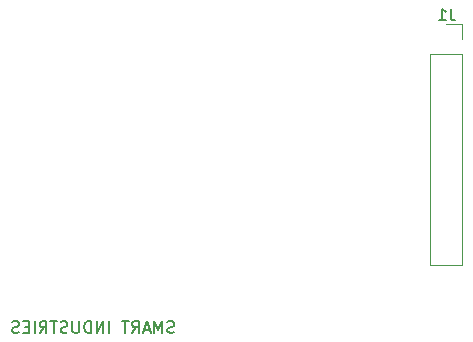
<source format=gbo>
%TF.GenerationSoftware,KiCad,Pcbnew,(6.0.4)*%
%TF.CreationDate,2022-05-23T21:32:27+01:00*%
%TF.ProjectId,nRF24BB,6e524632-3442-4422-9e6b-696361645f70,1.0*%
%TF.SameCoordinates,Original*%
%TF.FileFunction,Legend,Bot*%
%TF.FilePolarity,Positive*%
%FSLAX46Y46*%
G04 Gerber Fmt 4.6, Leading zero omitted, Abs format (unit mm)*
G04 Created by KiCad (PCBNEW (6.0.4)) date 2022-05-23 21:32:27*
%MOMM*%
%LPD*%
G01*
G04 APERTURE LIST*
%ADD10C,0.150000*%
%ADD11C,0.120000*%
G04 APERTURE END LIST*
D10*
X145896742Y-106094161D02*
X145753885Y-106141780D01*
X145515790Y-106141780D01*
X145420552Y-106094161D01*
X145372933Y-106046542D01*
X145325314Y-105951304D01*
X145325314Y-105856066D01*
X145372933Y-105760828D01*
X145420552Y-105713209D01*
X145515790Y-105665590D01*
X145706266Y-105617971D01*
X145801504Y-105570352D01*
X145849123Y-105522733D01*
X145896742Y-105427495D01*
X145896742Y-105332257D01*
X145849123Y-105237019D01*
X145801504Y-105189400D01*
X145706266Y-105141780D01*
X145468171Y-105141780D01*
X145325314Y-105189400D01*
X144896742Y-106141780D02*
X144896742Y-105141780D01*
X144563409Y-105856066D01*
X144230076Y-105141780D01*
X144230076Y-106141780D01*
X143801504Y-105856066D02*
X143325314Y-105856066D01*
X143896742Y-106141780D02*
X143563409Y-105141780D01*
X143230076Y-106141780D01*
X142325314Y-106141780D02*
X142658647Y-105665590D01*
X142896742Y-106141780D02*
X142896742Y-105141780D01*
X142515790Y-105141780D01*
X142420552Y-105189400D01*
X142372933Y-105237019D01*
X142325314Y-105332257D01*
X142325314Y-105475114D01*
X142372933Y-105570352D01*
X142420552Y-105617971D01*
X142515790Y-105665590D01*
X142896742Y-105665590D01*
X142039600Y-105141780D02*
X141468171Y-105141780D01*
X141753885Y-106141780D02*
X141753885Y-105141780D01*
X140372933Y-106141780D02*
X140372933Y-105141780D01*
X139896742Y-106141780D02*
X139896742Y-105141780D01*
X139325314Y-106141780D01*
X139325314Y-105141780D01*
X138849123Y-106141780D02*
X138849123Y-105141780D01*
X138611028Y-105141780D01*
X138468171Y-105189400D01*
X138372933Y-105284638D01*
X138325314Y-105379876D01*
X138277695Y-105570352D01*
X138277695Y-105713209D01*
X138325314Y-105903685D01*
X138372933Y-105998923D01*
X138468171Y-106094161D01*
X138611028Y-106141780D01*
X138849123Y-106141780D01*
X137849123Y-105141780D02*
X137849123Y-105951304D01*
X137801504Y-106046542D01*
X137753885Y-106094161D01*
X137658647Y-106141780D01*
X137468171Y-106141780D01*
X137372933Y-106094161D01*
X137325314Y-106046542D01*
X137277695Y-105951304D01*
X137277695Y-105141780D01*
X136849123Y-106094161D02*
X136706266Y-106141780D01*
X136468171Y-106141780D01*
X136372933Y-106094161D01*
X136325314Y-106046542D01*
X136277695Y-105951304D01*
X136277695Y-105856066D01*
X136325314Y-105760828D01*
X136372933Y-105713209D01*
X136468171Y-105665590D01*
X136658647Y-105617971D01*
X136753885Y-105570352D01*
X136801504Y-105522733D01*
X136849123Y-105427495D01*
X136849123Y-105332257D01*
X136801504Y-105237019D01*
X136753885Y-105189400D01*
X136658647Y-105141780D01*
X136420552Y-105141780D01*
X136277695Y-105189400D01*
X135991980Y-105141780D02*
X135420552Y-105141780D01*
X135706266Y-106141780D02*
X135706266Y-105141780D01*
X134515790Y-106141780D02*
X134849123Y-105665590D01*
X135087219Y-106141780D02*
X135087219Y-105141780D01*
X134706266Y-105141780D01*
X134611028Y-105189400D01*
X134563409Y-105237019D01*
X134515790Y-105332257D01*
X134515790Y-105475114D01*
X134563409Y-105570352D01*
X134611028Y-105617971D01*
X134706266Y-105665590D01*
X135087219Y-105665590D01*
X134087219Y-106141780D02*
X134087219Y-105141780D01*
X133611028Y-105617971D02*
X133277695Y-105617971D01*
X133134838Y-106141780D02*
X133611028Y-106141780D01*
X133611028Y-105141780D01*
X133134838Y-105141780D01*
X132753885Y-106094161D02*
X132611028Y-106141780D01*
X132372933Y-106141780D01*
X132277695Y-106094161D01*
X132230076Y-106046542D01*
X132182457Y-105951304D01*
X132182457Y-105856066D01*
X132230076Y-105760828D01*
X132277695Y-105713209D01*
X132372933Y-105665590D01*
X132563409Y-105617971D01*
X132658647Y-105570352D01*
X132706266Y-105522733D01*
X132753885Y-105427495D01*
X132753885Y-105332257D01*
X132706266Y-105237019D01*
X132658647Y-105189400D01*
X132563409Y-105141780D01*
X132325314Y-105141780D01*
X132182457Y-105189400D01*
%TO.C,J1*%
X169319533Y-78674980D02*
X169319533Y-79389266D01*
X169367152Y-79532123D01*
X169462390Y-79627361D01*
X169605247Y-79674980D01*
X169700485Y-79674980D01*
X168319533Y-79674980D02*
X168890961Y-79674980D01*
X168605247Y-79674980D02*
X168605247Y-78674980D01*
X168700485Y-78817838D01*
X168795723Y-78913076D01*
X168890961Y-78960695D01*
D11*
X170240000Y-100390000D02*
X167580000Y-100390000D01*
X167580000Y-82550000D02*
X167580000Y-100390000D01*
X170240000Y-82550000D02*
X167580000Y-82550000D01*
X170240000Y-79950000D02*
X168910000Y-79950000D01*
X170240000Y-81280000D02*
X170240000Y-79950000D01*
X170240000Y-82550000D02*
X170240000Y-100390000D01*
%TD*%
M02*

</source>
